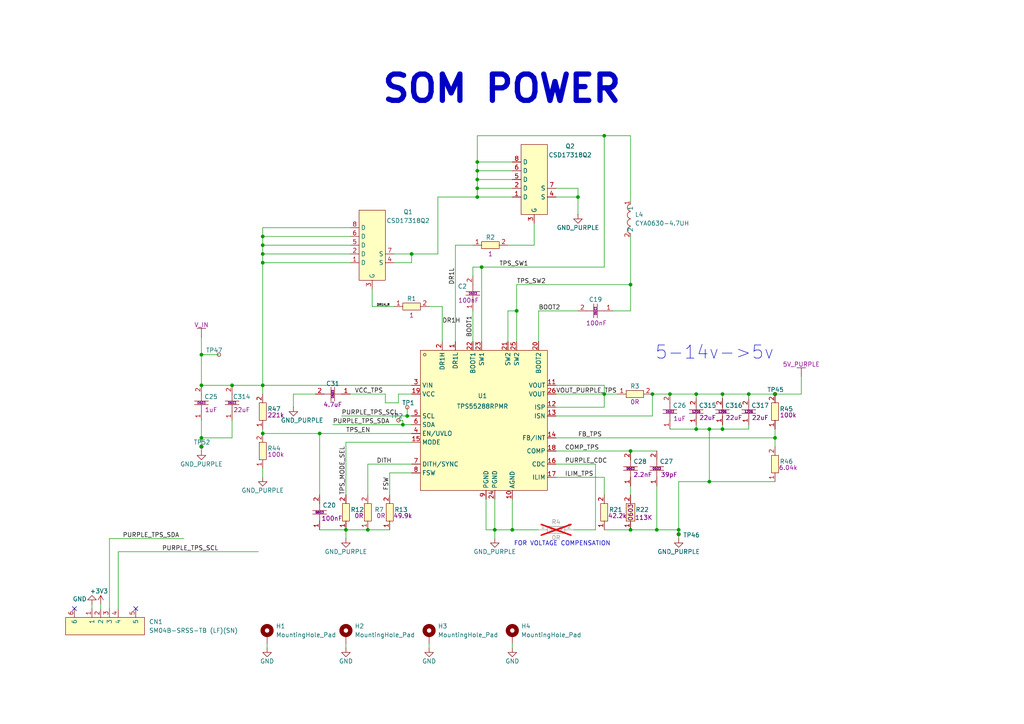
<source format=kicad_sch>
(kicad_sch (version 20250114) (generator "eeschema") (generator_version "9.0")
  (paper "A4")
  (lib_symbols
    (symbol "0603WAF1003T5E_1"
      (property "Reference" "R" (at 0 5.08 0))
      (property "Value" "0603WAF1003T5E" (at 0 -5.08 0))
      (symbol "0603WAF1003T5E_1_0_1"
        (rectangle (start -2.54 1.02) (end 2.54 -1.02) (fill (type background)))
        (pin input line (at -5.08 0 0) (length 2.54) (name "1") (number "1"))
        (pin input line (at 5.08 0 180) (length 2.54) (name "2") (number "2"))
      )
    )
    (symbol "Connector:TestPoint_Small" (pin_numbers (hide yes)) (pin_names (offset 0.762) (hide yes))
      (property "Reference" "TP" (at 0 3.81 0))
      (property "Value" "TestPoint_Small" (at 0 2.032 0))
      (symbol "TestPoint_Small_0_1"
        (circle (center 0 0) (radius 0.508))
      )
      (symbol "TestPoint_Small_1_1"
        (pin passive line (at 0 0 90) (length 0) (name "1") (number "1"))
      )
    )
    (symbol "Mechanical:MountingHole_Pad" (pin_numbers (hide yes)) (pin_names (offset 1.016) (hide yes)) (exclude_from_sim yes) (in_bom no)
      (property "Reference" "H" (at 0 6.35 0))
      (property "Value" "MountingHole_Pad" (at 0 4.445 0))
      (symbol "MountingHole_Pad_0_1"
        (circle (center 0 1.27) (radius 1.27) (stroke (width 1.27)))
      )
      (symbol "MountingHole_Pad_1_1"
        (pin input line (at 0 -2.54 90) (length 2.54) (name "1") (number "1"))
      )
    )
    (symbol "SAMC21_breakout-rescue:+3V3-power" (power) (pin_names (offset 0))
      (property "Value" "power:+3V3" (at 0 3.556 0))
      (symbol "+3V3-power_0_1"
        (polyline (pts (xy -0.762 1.27) (xy 0 2.54)))
        (polyline (pts (xy 0 2.54) (xy 0.762 1.27)))
        (polyline (pts (xy 0 0) (xy 0 2.54)))
      )
      (symbol "+3V3-power_1_1"
        (pin power_in line (at 0 0 90) (length 0) (hide yes) (name "+3V3") (number "1"))
      )
    )
    (symbol "SAMC21_breakout-rescue:GND" (power) (pin_names (offset 0))
      (property "Value" "GND" (at 0 -3.81 0))
      (symbol "GND_0_1"
        (polyline (pts (xy 0 0) (xy 0 -1.27) (xy 1.27 -1.27) (xy 0 -2.54) (xy -1.27 -1.27) (xy 0 -1.27)))
      )
      (symbol "GND_1_1"
        (pin power_in line (at 0 0 270) (length 0) (hide yes) (name "GND") (number "1"))
      )
    )
    (symbol "easyeda2kicad:0603WAF1003T5E" (pin_names (hide yes))
      (property "Reference" "R" (at 0 5.08 0))
      (property "Value" "0603WAF1003T5E" (at 0 -5.08 0))
      (symbol "0603WAF1003T5E_0_1"
        (rectangle (start -2.54 1.02) (end 2.54 -1.02) (fill (type background)))
        (pin input line (at -5.08 0 0) (length 2.54) (name "1") (number "1"))
        (pin input line (at 5.08 0 180) (length 2.54) (name "2") (number "2"))
      )
    )
    (symbol "easyeda2kicad:CL10A105KB8NNNC" (pin_names (hide yes))
      (property "Reference" "C" (at 0 5.08 0))
      (property "Value" "CL10A105KB8NNNC" (at 0 -5.08 0))
      (symbol "CL10A105KB8NNNC_0_1"
        (polyline (pts (xy -0.51 0) (xy -2.54 0)))
        (polyline (pts (xy -0.51 -2.03) (xy -0.51 2.03)))
        (polyline (pts (xy 0.51 2.03) (xy 0.51 -2.03)))
        (polyline (pts (xy 2.54 0) (xy 0.51 0)))
        (pin unspecified line (at -5.08 0 0) (length 2.54) (name "1") (number "1"))
        (pin unspecified line (at 5.08 0 180) (length 2.54) (name "2") (number "2"))
      )
    )
    (symbol "easyeda2kicad:CL10A475KO8NNNC" (pin_names (hide yes))
      (property "Reference" "C" (at 0 5.08 0))
      (property "Value" "CL10A475KO8NNNC" (at 0 -5.08 0))
      (symbol "CL10A475KO8NNNC_0_1"
        (polyline (pts (xy -0.51 0) (xy -2.54 0)))
        (polyline (pts (xy -0.51 -2.03) (xy -0.51 2.03)))
        (polyline (pts (xy 0.51 2.03) (xy 0.51 -2.03)))
        (polyline (pts (xy 2.54 0) (xy 0.51 0)))
        (pin unspecified line (at -5.08 0 0) (length 2.54) (name "1") (number "1"))
        (pin unspecified line (at 5.08 0 180) (length 2.54) (name "2") (number "2"))
      )
    )
    (symbol "easyeda2kicad:CL31A226KAHNNNE" (pin_names (hide yes))
      (property "Reference" "C" (at 0 5.08 0))
      (property "Value" "CL31A226KAHNNNE" (at 0 -5.08 0))
      (symbol "CL31A226KAHNNNE_0_1"
        (polyline (pts (xy -1.27 0) (xy -0.51 0)))
        (polyline (pts (xy -0.51 2.03) (xy -0.51 -2.03)))
        (polyline (pts (xy 0.51 2.03) (xy 0.51 -2.03)))
        (polyline (pts (xy 0.51 0) (xy 1.27 0)))
        (pin input line (at -3.81 0 0) (length 2.54) (name "1") (number "1"))
        (pin input line (at 3.81 0 180) (length 2.54) (name "2") (number "2"))
      )
    )
    (symbol "easyeda2kicad:SM04B-SRSS-TB(LF)(SN)"
      (property "Reference" "CN" (at 0 8.89 0))
      (property "Value" "SM04B-SRSS-TB (LF)(SN)" (at 0 -1.27 0))
      (symbol "SM04B-SRSS-TB(LF)(SN)_0_1"
        (rectangle (start -11.43 1.27) (end 11.43 -3.81) (fill (type background)))
        (pin unspecified line (at -8.89 3.81 270) (length 2.54) (name "6") (number "6"))
        (pin unspecified line (at -3.81 3.81 270) (length 2.54) (name "1") (number "1"))
        (pin unspecified line (at -1.27 3.81 270) (length 2.54) (name "2") (number "2"))
        (pin unspecified line (at 1.27 3.81 270) (length 2.54) (name "3") (number "3"))
        (pin unspecified line (at 3.81 3.81 270) (length 2.54) (name "4") (number "4"))
        (pin unspecified line (at 8.89 3.81 270) (length 2.54) (name "5") (number "5"))
      )
    )
    (symbol "easyeda2kicad:TPS55288RPMR"
      (property "Reference" "U1" (at -0.762 1.524 0))
      (property "Value" "TPS55288RPMR" (at -0.762 -1.016 0))
      (symbol "TPS55288RPMR_0_1"
        (rectangle (start -15.24 16.51) (end 21.59 -24.13) (fill (type background)))
        (circle (center -13.97 15.24) (radius 0.38))
        (pin unspecified line (at -17.78 6.35 0) (length 2.54) (name "VIN") (number "3"))
        (pin unspecified line (at -17.78 3.81 0) (length 2.54) (name "VCC") (number "19"))
        (pin unspecified line (at -17.78 -2.54 0) (length 2.54) (name "SCL") (number "5"))
        (pin unspecified line (at -17.78 -5.08 0) (length 2.54) (name "SDA") (number "6"))
        (pin unspecified line (at -17.78 -7.62 0) (length 2.54) (name "EN/UVLO") (number "4"))
        (pin unspecified line (at -17.78 -10.16 0) (length 2.54) (name "MODE") (number "15"))
        (pin unspecified line (at -17.78 -16.51 0) (length 2.54) (name "DITH/SYNC") (number "7"))
        (pin unspecified line (at -17.78 -19.05 0) (length 2.54) (name "FSW") (number "8"))
        (pin unspecified line (at -8.89 19.05 270) (length 2.54) (name "DR1H") (number "2"))
        (pin unspecified line (at -5.08 19.05 270) (length 2.54) (name "DR1L") (number "1"))
        (pin unspecified line (at 0 19.05 270) (length 2.54) (name "BOOT1") (number "22"))
        (pin unspecified line (at 2.54 19.05 270) (length 2.54) (name "SW1") (number "23"))
        (pin unspecified line (at 3.81 -26.67 90) (length 2.54) (name "PGND") (number "9"))
        (pin unspecified line (at 6.35 -26.67 90) (length 2.54) (name "PGND") (number "24"))
        (pin unspecified line (at 10.16 19.05 270) (length 2.54) (name "SW2") (number "21"))
        (pin unspecified line (at 11.43 -26.67 90) (length 2.54) (name "AGND") (number "10"))
        (pin unspecified line (at 12.7 19.05 270) (length 2.54) (name "SW2") (number "25"))
        (pin unspecified line (at 19.05 19.05 270) (length 2.54) (name "BOOT2") (number "20"))
        (pin unspecified line (at 24.13 6.35 180) (length 2.54) (name "VOUT") (number "11"))
        (pin unspecified line (at 24.13 3.81 180) (length 2.54) (name "VOUT") (number "26"))
        (pin unspecified line (at 24.13 0 180) (length 2.54) (name "ISP") (number "12"))
        (pin unspecified line (at 24.13 -2.54 180) (length 2.54) (name "ISN") (number "13"))
        (pin unspecified line (at 24.13 -8.89 180) (length 2.54) (name "FB/INT") (number "14"))
        (pin unspecified line (at 24.13 -12.7 180) (length 2.54) (name "COMP") (number "18"))
        (pin unspecified line (at 24.13 -16.51 180) (length 2.54) (name "CDC") (number "16"))
        (pin unspecified line (at 24.13 -20.32 180) (length 2.54) (name "ILIM") (number "17"))
      )
    )
    (symbol "easyeda_symbole:CSD17318Q2"
      (property "Reference" "U2" (at 14.478 15.494 0))
      (property "Value" "CSD17318Q2" (at 14.478 12.954 0))
      (symbol "CSD17318Q2_0_1"
        (rectangle (start -3.81 13.97) (end 3.81 -6.35) (fill (type background)))
        (pin unspecified line (at -6.35 8.89 0) (length 2.54) (name "D") (number "8"))
        (pin unspecified line (at -6.35 6.35 0) (length 2.54) (name "D") (number "6"))
        (pin unspecified line (at -6.35 3.81 0) (length 2.54) (name "D") (number "5"))
        (pin unspecified line (at -6.35 1.27 0) (length 2.54) (name "D") (number "2"))
        (pin unspecified line (at -6.35 -1.27 0) (length 2.54) (name "D") (number "1"))
        (pin unspecified line (at 0 -8.89 90) (length 2.54) (name "G") (number "3"))
        (pin unspecified line (at 6.35 1.27 180) (length 2.54) (name "S") (number "7"))
        (pin unspecified line (at 6.35 -1.27 180) (length 2.54) (name "S") (number "4"))
      )
    )
    (symbol "easyeda_symbole:CYA0630-4.7UH"
      (property "Reference" "U" (at 0 5.08 0))
      (property "Value" "CYA0630-4.7UH" (at 0 -5.08 0))
      (symbol "CYA0630-4.7UH_0_1"
        (arc (start -2.27 -0.02) (mid -3.28 -0.9427) (end -4.29 -0.02))
        (arc (start -0.11 -0.02) (mid -1.12 -0.9471) (end -2.13 -0.02))
        (arc (start 2.04 -0.02) (mid 1.03 -0.9471) (end 0.02 -0.02))
        (arc (start 4.23 -0.02) (mid 3.22 -0.9471) (end 2.21 -0.02))
        (pin unspecified line (at -5.08 0 0) (length 0.762) (name "1") (number "1"))
        (pin unspecified line (at 5.08 0 180) (length 0.762) (name "2") (number "2"))
      )
    )
    (symbol "easyeda_symbole:RT0603BRD07113KL" (pin_names (hide yes))
      (property "Reference" "R" (at 0 5.08 0))
      (property "Value" "RT0603BRD07113KL" (at 0 -5.08 0))
      (symbol "RT0603BRD07113KL_0_1"
        (rectangle (start -2.54 1.27) (end 2.54 -1.27) (fill (type background)))
        (pin unspecified line (at -5.08 0 0) (length 2.54) (name "1") (number "1"))
        (pin unspecified line (at 5.08 0 180) (length 2.54) (name "2") (number "2"))
      )
    )
    (symbol "power:+1V5" (power) (pin_numbers (hide yes)) (pin_names (offset 0) (hide yes))
      (property "Value" "+1V5" (at 0 5.08 0))
      (symbol "+1V5_0_1"
        (polyline (pts (xy -1.27 2.54) (xy 0 2.54)))
        (polyline (pts (xy 0 0) (xy 0 2.54)))
        (polyline (pts (xy 1.27 2.54) (xy 0 2.54)))
      )
      (symbol "+1V5_1_1"
        (pin power_in line (at 0 0 90) (length 0) (name "~") (number "1"))
      )
    )
    (symbol "power:GND" (power) (pin_numbers (hide yes)) (pin_names (offset 0) (hide yes))
      (property "Value" "GND" (at 0 -3.81 0))
      (symbol "GND_0_1"
        (polyline (pts (xy 0 0) (xy 0 -1.27) (xy 1.27 -1.27) (xy 0 -2.54) (xy -1.27 -1.27) (xy 0 -1.27)))
      )
      (symbol "GND_1_1"
        (pin power_in line (at 0 0 270) (length 0) (name "~") (number "1"))
      )
    )
  )
  (text "SOM POWER" (at 145.542 25.908 0) (effects (font (size 7.62 7.62) (thickness 1.524) (bold yes))))
  (text "FOR VOLTAGE COMPENSATION" (at 163.068 157.734 0) (effects (font (size 1.27 1.27))))
  (text "5-14v->5v" (at 207.264 102.362 0) (effects (font (size 3.81 3.81))))
  (junction (at 139.7 77.47))
  (junction (at 138.43 46.99))
  (junction (at 138.43 57.15))
  (junction (at 201.93 114.3))
  (junction (at 116.84 123.19))
  (junction (at 143.51 153.67))
  (junction (at 76.2 125.73))
  (junction (at 58.42 129.54))
  (junction (at 118.11 120.65))
  (junction (at 194.31 114.3))
  (junction (at 182.88 82.55))
  (junction (at 149.86 90.17))
  (junction (at 190.5 153.67))
  (junction (at 58.42 102.87))
  (junction (at 58.42 111.76))
  (junction (at 58.42 127))
  (junction (at 224.79 127))
  (junction (at 138.43 54.61))
  (junction (at 76.2 68.58))
  (junction (at 76.2 71.12))
  (junction (at 67.31 111.76))
  (junction (at 106.68 153.67))
  (junction (at 92.71 125.73))
  (junction (at 205.74 124.46))
  (junction (at 76.2 111.76))
  (junction (at 100.33 153.67))
  (junction (at 76.2 76.2))
  (junction (at 209.55 114.3))
  (junction (at 196.85 153.67))
  (junction (at 182.88 153.67))
  (junction (at 175.26 114.3))
  (junction (at 119.38 73.66))
  (junction (at 209.55 124.46))
  (junction (at 205.74 139.7))
  (junction (at 182.88 130.81))
  (junction (at 217.17 114.3))
  (junction (at 167.64 57.15))
  (junction (at 138.43 52.07))
  (junction (at 189.23 114.3))
  (junction (at 201.93 124.46))
  (junction (at 148.59 153.67))
  (junction (at 138.43 49.53))
  (junction (at 224.79 114.3))
  (junction (at 76.2 73.66))
  (junction (at 196.85 154.94))
  (junction (at 175.26 39.37))
  (no_connect (at 39.37 176.53))
  (no_connect (at 21.59 176.53))
  (wire (pts (xy 132.08 71.12) (xy 137.16 71.12)))
  (wire (pts (xy 76.2 76.2) (xy 76.2 111.76)))
  (wire (pts (xy 128.27 88.9) (xy 128.27 99.06)))
  (wire (pts (xy 161.29 120.65) (xy 189.23 120.65)))
  (wire (pts (xy 31.75 156.21) (xy 53.34 156.21)))
  (wire (pts (xy 156.21 90.17) (xy 167.64 90.17)))
  (wire (pts (xy 116.84 121.92) (xy 116.84 123.19)))
  (wire (pts (xy 58.42 127) (xy 58.42 129.54)))
  (wire (pts (xy 209.55 124.46) (xy 217.17 124.46)))
  (wire (pts (xy 100.33 128.27) (xy 100.33 143.51)))
  (wire (pts (xy 224.79 114.3) (xy 232.41 114.3)))
  (wire (pts (xy 107.95 83.82) (xy 107.95 88.9)))
  (wire (pts (xy 138.43 39.37) (xy 175.26 39.37)))
  (wire (pts (xy 149.86 90.17) (xy 149.86 82.55)))
  (wire (pts (xy 182.88 140.97) (xy 182.88 143.51)))
  (wire (pts (xy 76.2 73.66) (xy 101.6 73.66)))
  (wire (pts (xy 209.55 114.3) (xy 217.17 114.3)))
  (wire (pts (xy 138.43 49.53) (xy 148.59 49.53)))
  (wire (pts (xy 182.88 39.37) (xy 182.88 58.42)))
  (wire (pts (xy 34.29 160.02) (xy 34.29 176.53)))
  (wire (pts (xy 111.76 116.84) (xy 111.76 114.3)))
  (wire (pts (xy 100.33 128.27) (xy 119.38 128.27)))
  (wire (pts (xy 138.43 46.99) (xy 138.43 49.53)))
  (wire (pts (xy 137.16 90.17) (xy 137.16 99.06)))
  (wire (pts (xy 76.2 125.73) (xy 92.71 125.73)))
  (wire (pts (xy 127 57.15) (xy 138.43 57.15)))
  (wire (pts (xy 58.42 97.79) (xy 58.42 102.87)))
  (wire (pts (xy 161.29 130.81) (xy 182.88 130.81)))
  (wire (pts (xy 139.7 77.47) (xy 175.26 77.47)))
  (wire (pts (xy 175.26 39.37) (xy 175.26 77.47)))
  (wire (pts (xy 148.59 153.67) (xy 156.21 153.67)))
  (wire (pts (xy 167.64 57.15) (xy 167.64 62.23)))
  (wire (pts (xy 92.71 153.67) (xy 100.33 153.67)))
  (wire (pts (xy 161.29 114.3) (xy 175.26 114.3)))
  (wire (pts (xy 106.68 153.67) (xy 113.03 153.67)))
  (wire (pts (xy 175.26 153.67) (xy 182.88 153.67)))
  (wire (pts (xy 137.16 80.01) (xy 137.16 77.47)))
  (wire (pts (xy 201.93 114.3) (xy 201.93 115.57)))
  (wire (pts (xy 205.74 139.7) (xy 224.79 139.7)))
  (wire (pts (xy 116.84 121.92) (xy 115.57 121.92)))
  (wire (pts (xy 190.5 153.67) (xy 196.85 153.67)))
  (wire (pts (xy 76.2 66.04) (xy 101.6 66.04)))
  (wire (pts (xy 118.11 118.11) (xy 118.11 120.65)))
  (wire (pts (xy 182.88 153.67) (xy 190.5 153.67)))
  (wire (pts (xy 26.67 175.26) (xy 26.67 176.53)))
  (wire (pts (xy 76.2 66.04) (xy 76.2 68.58)))
  (wire (pts (xy 107.95 88.9) (xy 114.3 88.9)))
  (wire (pts (xy 91.44 114.3) (xy 85.09 114.3)))
  (wire (pts (xy 58.42 121.92) (xy 58.42 127)))
  (wire (pts (xy 138.43 54.61) (xy 138.43 57.15)))
  (wire (pts (xy 128.27 88.9) (xy 124.46 88.9)))
  (wire (pts (xy 172.72 134.62) (xy 172.72 153.67)))
  (wire (pts (xy 99.06 120.65) (xy 118.11 120.65)))
  (wire (pts (xy 115.57 116.84) (xy 115.57 114.3)))
  (wire (pts (xy 116.84 123.19) (xy 119.38 123.19)))
  (wire (pts (xy 119.38 73.66) (xy 119.38 76.2)))
  (wire (pts (xy 138.43 39.37) (xy 138.43 46.99)))
  (wire (pts (xy 100.33 187.96) (xy 100.33 186.69)))
  (wire (pts (xy 147.32 99.06) (xy 147.32 90.17)))
  (wire (pts (xy 190.5 140.97) (xy 190.5 153.67)))
  (wire (pts (xy 201.93 124.46) (xy 205.74 124.46)))
  (wire (pts (xy 161.29 134.62) (xy 172.72 134.62)))
  (wire (pts (xy 194.31 114.3) (xy 201.93 114.3)))
  (wire (pts (xy 85.09 114.3) (xy 85.09 118.11)))
  (wire (pts (xy 201.93 114.3) (xy 209.55 114.3)))
  (wire (pts (xy 175.26 111.76) (xy 175.26 114.3)))
  (wire (pts (xy 148.59 144.78) (xy 148.59 153.67)))
  (wire (pts (xy 224.79 124.46) (xy 224.79 127)))
  (wire (pts (xy 92.71 125.73) (xy 119.38 125.73)))
  (wire (pts (xy 167.64 54.61) (xy 167.64 57.15)))
  (wire (pts (xy 31.75 156.21) (xy 31.75 176.53)))
  (wire (pts (xy 114.3 76.2) (xy 119.38 76.2)))
  (wire (pts (xy 67.31 111.76) (xy 76.2 111.76)))
  (wire (pts (xy 76.2 68.58) (xy 76.2 71.12)))
  (wire (pts (xy 76.2 76.2) (xy 101.6 76.2)))
  (wire (pts (xy 138.43 52.07) (xy 148.59 52.07)))
  (wire (pts (xy 175.26 39.37) (xy 182.88 39.37)))
  (wire (pts (xy 196.85 139.7) (xy 196.85 153.67)))
  (wire (pts (xy 111.76 114.3) (xy 101.6 114.3)))
  (wire (pts (xy 166.37 153.67) (xy 172.72 153.67)))
  (wire (pts (xy 161.29 111.76) (xy 175.26 111.76)))
  (wire (pts (xy 182.88 130.81) (xy 190.5 130.81)))
  (wire (pts (xy 161.29 54.61) (xy 167.64 54.61)))
  (wire (pts (xy 58.42 111.76) (xy 67.31 111.76)))
  (wire (pts (xy 58.42 127) (xy 67.31 127)))
  (wire (pts (xy 76.2 111.76) (xy 119.38 111.76)))
  (wire (pts (xy 58.42 102.87) (xy 58.42 111.76)))
  (wire (pts (xy 143.51 153.67) (xy 148.59 153.67)))
  (wire (pts (xy 189.23 120.65) (xy 189.23 114.3)))
  (wire (pts (xy 140.97 153.67) (xy 143.51 153.67)))
  (wire (pts (xy 217.17 123.19) (xy 217.17 124.46)))
  (wire (pts (xy 182.88 68.58) (xy 182.88 82.55)))
  (wire (pts (xy 76.2 71.12) (xy 101.6 71.12)))
  (wire (pts (xy 76.2 73.66) (xy 76.2 76.2)))
  (wire (pts (xy 196.85 153.67) (xy 196.85 154.94)))
  (wire (pts (xy 106.68 134.62) (xy 106.68 143.51)))
  (wire (pts (xy 154.94 64.77) (xy 154.94 71.12)))
  (wire (pts (xy 138.43 54.61) (xy 148.59 54.61)))
  (wire (pts (xy 137.16 77.47) (xy 139.7 77.47)))
  (wire (pts (xy 147.32 71.12) (xy 154.94 71.12)))
  (wire (pts (xy 114.3 73.66) (xy 119.38 73.66)))
  (wire (pts (xy 232.41 109.22) (xy 232.41 114.3)))
  (wire (pts (xy 143.51 153.67) (xy 143.51 156.21)))
  (wire (pts (xy 58.42 129.54) (xy 58.42 130.81)))
  (wire (pts (xy 217.17 114.3) (xy 217.17 115.57)))
  (wire (pts (xy 196.85 139.7) (xy 205.74 139.7)))
  (wire (pts (xy 100.33 153.67) (xy 106.68 153.67)))
  (wire (pts (xy 175.26 114.3) (xy 179.07 114.3)))
  (wire (pts (xy 143.51 144.78) (xy 143.51 153.67)))
  (wire (pts (xy 177.8 90.17) (xy 182.88 90.17)))
  (wire (pts (xy 76.2 111.76) (xy 76.2 114.3)))
  (wire (pts (xy 138.43 46.99) (xy 148.59 46.99)))
  (wire (pts (xy 209.55 123.19) (xy 209.55 124.46)))
  (wire (pts (xy 29.21 175.26) (xy 29.21 176.53)))
  (wire (pts (xy 76.2 71.12) (xy 76.2 73.66)))
  (wire (pts (xy 132.08 99.06) (xy 132.08 71.12)))
  (wire (pts (xy 77.47 187.96) (xy 77.47 186.69)))
  (wire (pts (xy 175.26 138.43) (xy 175.26 143.51)))
  (wire (pts (xy 201.93 123.19) (xy 201.93 124.46)))
  (wire (pts (xy 106.68 134.62) (xy 119.38 134.62)))
  (wire (pts (xy 138.43 57.15) (xy 148.59 57.15)))
  (wire (pts (xy 118.11 120.65) (xy 119.38 120.65)))
  (wire (pts (xy 127 73.66) (xy 127 57.15)))
  (wire (pts (xy 205.74 124.46) (xy 209.55 124.46)))
  (wire (pts (xy 96.52 123.19) (xy 116.84 123.19)))
  (wire (pts (xy 139.7 77.47) (xy 139.7 99.06)))
  (wire (pts (xy 156.21 90.17) (xy 156.21 99.06)))
  (wire (pts (xy 119.38 73.66) (xy 127 73.66)))
  (wire (pts (xy 34.29 160.02) (xy 74.93 160.02)))
  (wire (pts (xy 124.46 187.96) (xy 124.46 186.69)))
  (wire (pts (xy 209.55 114.3) (xy 209.55 115.57)))
  (wire (pts (xy 63.5 102.87) (xy 58.42 102.87)))
  (wire (pts (xy 76.2 124.46) (xy 76.2 125.73)))
  (wire (pts (xy 76.2 135.89) (xy 76.2 138.43)))
  (wire (pts (xy 67.31 121.92) (xy 67.31 127)))
  (wire (pts (xy 149.86 82.55) (xy 182.88 82.55)))
  (wire (pts (xy 148.59 187.96) (xy 148.59 186.69)))
  (wire (pts (xy 161.29 118.11) (xy 175.26 118.11)))
  (wire (pts (xy 92.71 125.73) (xy 92.71 143.51)))
  (wire (pts (xy 147.32 90.17) (xy 149.86 90.17)))
  (wire (pts (xy 76.2 68.58) (xy 101.6 68.58)))
  (wire (pts (xy 161.29 138.43) (xy 175.26 138.43)))
  (wire (pts (xy 149.86 99.06) (xy 149.86 90.17)))
  (wire (pts (xy 115.57 114.3) (xy 119.38 114.3)))
  (wire (pts (xy 161.29 127) (xy 224.79 127)))
  (wire (pts (xy 224.79 127) (xy 224.79 129.54)))
  (wire (pts (xy 113.03 137.16) (xy 113.03 143.51)))
  (wire (pts (xy 138.43 52.07) (xy 138.43 54.61)))
  (wire (pts (xy 175.26 114.3) (xy 175.26 118.11)))
  (wire (pts (xy 205.74 124.46) (xy 205.74 139.7)))
  (wire (pts (xy 140.97 144.78) (xy 140.97 153.67)))
  (wire (pts (xy 138.43 49.53) (xy 138.43 52.07)))
  (wire (pts (xy 161.29 57.15) (xy 167.64 57.15)))
  (wire (pts (xy 189.23 114.3) (xy 194.31 114.3)))
  (wire (pts (xy 217.17 114.3) (xy 224.79 114.3)))
  (wire (pts (xy 113.03 137.16) (xy 119.38 137.16)))
  (wire (pts (xy 182.88 82.55) (xy 182.88 90.17)))
  (wire (pts (xy 196.85 154.94) (xy 196.85 156.21)))
  (wire (pts (xy 111.76 116.84) (xy 115.57 116.84)))
  (wire (pts (xy 194.31 124.46) (xy 201.93 124.46)))
  (wire (pts (xy 100.33 153.67) (xy 100.33 156.21)))
  (label "PURPLE_TPS_SDA" (at 96.52 123.19 0))
  (label "FB_TPS" (at 167.64 127 0))
  (label "PURPLE_TPS_SCL" (at 46.99 160.02 0))
  (label "FSW" (at 113.03 142.24 90))
  (label "DR1H_R" (at 109.22 88.9 0) (effects (font (size 0.635 0.635))))
  (label "DR1H" (at 128.27 93.98 0))
  (label "DR1L" (at 132.08 82.55 90))
  (label "BOOT2" (at 156.21 90.17 0))
  (label "BOOT1" (at 137.16 97.79 90))
  (label "PURPLE_CDC" (at 163.83 134.62 0))
  (label "PURPLE_TPS_SCL" (at 99.06 120.65 0))
  (label "ILIM_TPS" (at 163.83 138.43 0))
  (label "TPS_SW2" (at 149.86 82.55 0))
  (label "TPS_SW1" (at 144.78 77.47 0))
  (label "COMP_TPS" (at 163.83 130.81 0))
  (label "DITH" (at 109.22 134.62 0))
  (label "VCC_TPS" (at 102.87 114.3 0))
  (label "TPS_MODE_SEL" (at 100.33 143.51 90))
  (label "TPS_EN" (at 100.33 125.73 0))
  (label "PURPLE_TPS_SDA" (at 35.56 156.21 0))
  (label "VOUT_PURPLE_TPS" (at 161.29 114.3 0))
  (symbol (lib_id "easyeda2kicad:CL31A226KAHNNNE") (at 209.55 119.38 90) (unit 1)
    (property "Reference" "C316" (at 212.852 117.602 90))
    (property "Value" "CL31A226KAHNNNE" (effects (hide yes)))
    (property "Footprint" "easyeda2kicad:C1206" (effects (hide yes)))
    (property "Datasheet" "https://lcsc.com/product-detail/Multilayer-Ceramic-Capacitors-MLCC-SMD-SMT_SAMSUNG_CL31A226KAHNNNE_22uF-226-10-25V_C12891.html" (effects (hide yes)))
    (property "LCSC Part" "C12891" (effects (hide yes)))
    (property "Field6" "1206" (at 209.55 119.38 90) (effects (font (size 0.635 0.635))))
    (property "Field7" "22uF" (at 212.852 121.158 90))
    (property "Field8" "25v" (effects (hide yes)))
  )
  (symbol (lib_id "power:GND") (at 100.33 187.96 0) (unit 1)
    (property "Reference" "#PWR077" (effects (hide yes)))
    (property "Value" "GND" (at 100.33 191.77 0))
    (property "Description" "Power symbol creates a global label with name \"GND\" , ground" (effects (hide yes)))
  )
  (symbol (lib_id "easyeda2kicad:0603WAF1003T5E") (at 100.33 148.59 90) (unit 1)
    (property "Reference" "R12" (at 103.632 147.828 90))
    (property "Value" "RC0603JR-070RL" (effects (hide yes)))
    (property "Footprint" "easyeda2kicad:R0603" (effects (hide yes)))
    (property "Datasheet" "https://www.lcsc.com/product-detail/C95177.html?s_z=n_0R%25200603" (effects (hide yes)))
    (property "Description" "100mW 0Ω 75V Thick Film Resistor ±5% 0603 Chip Resistor - Surface Mount ROHS" (effects (hide yes)))
    (property "LCSC Part" "C95177" (effects (hide yes)))
    (property "Field6" "0R" (at 104.14 149.606 90))
    (property "Field7" "0603" (effects (hide yes)))
  )
  (symbol (lib_id "easyeda_symbole:CYA0630-4.7UH") (at 182.88 63.5 270) (unit 1)
    (property "Reference" "L4" (at 184.15 62.2299 90) (effects (justify left)))
    (property "Value" "CYA0630-4.7UH" (at 184.15 64.7699 90) (effects (justify left)))
    (property "Footprint" "easyeda2kicad:IND-SMD_L7.2-W6.6_GPSR07X0" (effects (hide yes)))
    (property "LCSC Part" "C5189748" (effects (hide yes)))
  )
  (symbol (lib_id "easyeda_symbole:CSD17318Q2") (at 154.94 55.88 0) (unit 1)
    (property "Reference" "Q2" (at 165.354 42.418 0))
    (property "Value" "CSD17318Q2" (at 165.354 44.958 0))
    (property "Footprint" "easyeda2kicad:WSON-6_L2.0-W2.0-P0.65-TL_CSD19538Q2" (effects (hide yes)))
    (property "LCSC Part" "C2862001" (effects (hide yes)))
  )
  (symbol (lib_id "Connector:TestPoint_Small") (at 63.5 102.87 0) (unit 1)
    (property "Reference" "TP47" (at 59.69 101.6 0) (effects (justify left)))
    (property "Value" "TestPoint_Small" (effects (hide yes)))
    (property "Footprint" "TestPoint:TestPoint_Pad_1.5x1.5mm" (effects (hide yes)))
    (property "Description" "test point" (effects (hide yes)))
  )
  (symbol (lib_id "easyeda2kicad:CL10A105KB8NNNC") (at 67.31 116.84 90) (unit 1)
    (property "Reference" "C314" (at 70.104 115.062 90))
    (property "Value" "CL10A226MO7JZNC" (effects (hide yes)))
    (property "Footprint" "easyeda2kicad:C0603" (effects (hide yes)))
    (property "Datasheet" "https://www.lcsc.com/product-detail/C2762594.html?s_z=n_22UF%25200603" (effects (hide yes)))
    (property "Description" "16V 22uF X5R ±20% 0603 Ceramic Capacitors ROHS" (effects (hide yes)))
    (property "LCSC Part" "C2762594" (effects (hide yes)))
    (property "Field6" "0603" (at 67.31 116.84 90) (effects (font (size 0.635 0.635))))
    (property "Field7" "16v" (effects (hide yes)))
    (property "Field8" "22uF" (at 70.104 118.872 90))
  )
  (symbol (lib_id "easyeda2kicad:0603WAF1003T5E") (at 76.2 130.81 90) (unit 1)
    (property "Reference" "R44" (at 79.502 130.048 90))
    (property "Value" "0603WAF1003T5E" (effects (hide yes)))
    (property "Footprint" "easyeda2kicad:R0603" (effects (hide yes)))
    (property "Datasheet" "https://lcsc.com/product-detail/Chip-Resistor-Surface-Mount-UniOhm_100KR-1003-1_C25803.html" (effects (hide yes)))
    (property "Description" "100mW 100kΩ 75V ±100ppm/℃ Thick Film Resistor ±1% 0603 Chip Resistor - Surface Mount ROHS" (effects (hide yes)))
    (property "LCSC Part" "C25803" (effects (hide yes)))
    (property "Field6" "100k" (at 80.01 131.826 90))
    (property "Field7" "0603" (effects (hide yes)))
  )
  (symbol (lib_id "Connector:TestPoint_Small") (at 115.57 121.92 0) (unit 1)
    (property "Reference" "TP2" (at 113.284 120.65 0) (effects (justify left)))
    (property "Value" "TestPoint_Small" (effects (hide yes)))
    (property "Description" "test point" (effects (hide yes)))
  )
  (symbol (lib_id "SAMC21_breakout-rescue:GND") (at 26.67 175.26 180) (unit 1)
    (property "Reference" "#PWR0430" (effects (hide yes)))
    (property "Value" "GND" (at 23.114 173.736 0))
  )
  (symbol (lib_id "Connector:TestPoint_Small") (at 118.11 118.11 0) (unit 1)
    (property "Reference" "TP1" (at 116.586 116.84 0) (effects (justify left)))
    (property "Value" "TestPoint_Small" (effects (hide yes)))
    (property "Description" "test point" (effects (hide yes)))
  )
  (symbol (lib_id "Mechanical:MountingHole_Pad") (at 148.59 184.15 0) (unit 1) (exclude_from_sim yes) (in_bom no)
    (property "Reference" "H4" (at 151.13 181.6099 0) (effects (justify left)))
    (property "Value" "MountingHole_Pad" (at 151.13 184.1499 0) (effects (justify left)))
    (property "Footprint" "MountingHole:MountingHole_2.2mm_M2_Pad" (effects (hide yes)))
    (property "Description" "Mounting Hole with connection" (effects (hide yes)))
  )
  (symbol (lib_id "easyeda2kicad:CL10A475KO8NNNC") (at 96.52 114.3 180) (unit 1)
    (property "Reference" "C31" (at 96.52 111.252 0))
    (property "Value" "CL10A475KO8NNNC" (effects (hide yes)))
    (property "Footprint" "easyeda2kicad:C0603" (effects (hide yes)))
    (property "Datasheet" "https://lcsc.com/product-detail/Multilayer-Ceramic-Capacitors-MLCC-SMD-SMT_SAMSUNG_CL10A475KO8NNNC_4-7uF-475-10-16V_C19666.html" (effects (hide yes)))
    (property "LCSC Part" "C19666" (effects (hide yes)))
    (property "Field6" "0603" (at 96.52 114.3 90) (effects (font (size 0.635 0.635))))
    (property "Field7" "16v" (effects (hide yes)))
    (property "Field8" "4.7uF" (at 96.52 117.348 0))
  )
  (symbol (lib_id "power:GND") (at 85.09 118.11 0) (unit 1)
    (property "Reference" "#PWR01" (effects (hide yes)))
    (property "Value" "GND_PURPLE" (at 87.63 121.92 0))
    (property "Description" "Power symbol creates a global label with name \"GND\" , ground" (effects (hide yes)))
  )
  (symbol (lib_id "easyeda2kicad:CL10A475KO8NNNC") (at 172.72 90.17 180) (unit 1)
    (property "Reference" "C19" (at 172.72 86.868 0))
    (property "Value" "CC0603KRX7R9BB104" (effects (hide yes)))
    (property "Footprint" "easyeda2kicad:C0603" (effects (hide yes)))
    (property "Datasheet" "https://www.lcsc.com/product-detail/C14663.html?s_z=n_100nf%25200603" (effects (hide yes)))
    (property "Description" "50V 100nF X7R ±10% 0603 Ceramic Capacitors ROHS" (effects (hide yes)))
    (property "LCSC Part" "C14663" (effects (hide yes)))
    (property "Field6" "0603" (at 172.72 90.17 90) (effects (font (size 0.635 0.635))))
    (property "Field7" "50V" (effects (hide yes)))
    (property "Field8" "100nF" (at 172.974 93.726 0))
  )
  (symbol (lib_id "easyeda2kicad:0603WAF1003T5E") (at 224.79 119.38 90) (unit 1)
    (property "Reference" "R45" (at 228.092 118.618 90))
    (property "Value" "0603WAF1003T5E" (effects (hide yes)))
    (property "Footprint" "easyeda2kicad:R0603" (effects (hide yes)))
    (property "Datasheet" "https://lcsc.com/product-detail/Chip-Resistor-Surface-Mount-UniOhm_100KR-1003-1_C25803.html" (effects (hide yes)))
    (property "Description" "100mW 100kΩ 75V ±100ppm/℃ Thick Film Resistor ±1% 0603 Chip Resistor - Surface Mount ROHS" (effects (hide yes)))
    (property "LCSC Part" "C25803" (effects (hide yes)))
    (property "Field6" "100k" (at 228.6 120.396 90))
    (property "Field7" "0603" (effects (hide yes)))
  )
  (symbol (lib_id "easyeda2kicad:0603WAF1003T5E") (at 76.2 119.38 90) (unit 1)
    (property "Reference" "R47" (at 79.502 118.618 90))
    (property "Value" "FRC0603F2213TS" (effects (hide yes)))
    (property "Footprint" "easyeda2kicad:R0603" (effects (hide yes)))
    (property "Datasheet" "https://www.lcsc.com/product-detail/C7467463.html?s_z=n_221K%25200603" (effects (hide yes)))
    (property "Description" "100mW 221kΩ 75V ±100ppm/℃ Thick Film Resistor ±1% 0603 Chip Resistor - Surface Mount ROHS" (effects (hide yes)))
    (property "LCSC Part" "C7467463" (effects (hide yes)))
    (property "Field6" "221k" (at 80.01 120.396 90))
    (property "Field7" "0603" (effects (hide yes)))
  )
  (symbol (lib_id "easyeda2kicad:CL10A105KB8NNNC") (at 194.31 119.38 90) (unit 1)
    (property "Reference" "C26" (at 197.104 117.602 90))
    (property "Value" "CL10A105KB8NNNC" (effects (hide yes)))
    (property "Footprint" "easyeda2kicad:C0603" (effects (hide yes)))
    (property "Datasheet" "https://lcsc.com/product-detail/Multilayer-Ceramic-Capacitors-MLCC-SMD-SMT_SAMSUNG_CL10A105KB8NNNC_1uF-105-10-50V_C15849.html" (effects (hide yes)))
    (property "LCSC Part" "C15849" (effects (hide yes)))
    (property "Field6" "0603" (at 194.31 119.38 90) (effects (font (size 0.635 0.635))))
    (property "Field7" "50v" (effects (hide yes)))
    (property "Field8" "1uF" (at 197.104 121.412 90))
  )
  (symbol (lib_id "easyeda2kicad:CL31A226KAHNNNE") (at 201.93 119.38 90) (unit 1)
    (property "Reference" "C315" (at 205.232 117.602 90))
    (property "Value" "CL31A226KAHNNNE" (effects (hide yes)))
    (property "Footprint" "easyeda2kicad:C1206" (effects (hide yes)))
    (property "Datasheet" "https://lcsc.com/product-detail/Multilayer-Ceramic-Capacitors-MLCC-SMD-SMT_SAMSUNG_CL31A226KAHNNNE_22uF-226-10-25V_C12891.html" (effects (hide yes)))
    (property "Description" "1206" (effects (hide yes)))
    (property "LCSC Part" "C12891" (effects (hide yes)))
    (property "Field6" "1206" (at 201.93 119.38 90) (effects (font (size 0.635 0.635))))
    (property "Field7" "22uF" (at 205.232 121.158 90))
    (property "Field8" "25v" (effects (hide yes)))
  )
  (symbol (lib_id "easyeda2kicad:CL10A475KO8NNNC") (at 92.71 148.59 90) (unit 1)
    (property "Reference" "C20" (at 95.504 146.558 90))
    (property "Value" "CC0603KRX7R9BB104" (effects (hide yes)))
    (property "Footprint" "easyeda2kicad:C0603" (effects (hide yes)))
    (property "Datasheet" "https://www.lcsc.com/product-detail/C14663.html?s_z=n_100nf%25200603" (effects (hide yes)))
    (property "Description" "50V 100nF X7R ±10% 0603 Ceramic Capacitors ROHS" (effects (hide yes)))
    (property "LCSC Part" "C14663" (effects (hide yes)))
    (property "Field6" "0603" (at 92.71 148.59 90) (effects (font (size 0.635 0.635))))
    (property "Field7" "50V" (effects (hide yes)))
    (property "Field8" "100nF" (at 96.266 150.368 90))
  )
  (symbol (lib_id "easyeda2kicad:0603WAF1003T5E") (at 119.38 88.9 0) (unit 1)
    (property "Reference" "R1" (at 119.38 86.614 0))
    (property "Value" "FRC0603J1R0 TS" (effects (hide yes)))
    (property "Footprint" "easyeda2kicad:R0603" (effects (hide yes)))
    (property "Datasheet" "https://www.lcsc.com/datasheet/C2907116.pdf" (effects (hide yes)))
    (property "Description" "1Ω 100mW 75V ±200ppm/℃ Thick Film Resistor ±5% 0603 Chip Resistor - Surface Mount ROHS" (effects (hide yes)))
    (property "LCSC Part" "C2907116" (effects (hide yes)))
    (property "Field6" "1" (at 119.38 91.44 0))
    (property "Field7" "0603" (effects (hide yes)))
  )
  (symbol (lib_id "Connector:TestPoint_Small") (at 196.85 154.94 0) (unit 1)
    (property "Reference" "TP46" (at 198.12 155.194 0) (effects (justify left)))
    (property "Value" "TestPoint_Small" (effects (hide yes)))
    (property "Description" "test point" (effects (hide yes)))
  )
  (symbol (lib_id "power:GND") (at 167.64 62.23 0) (unit 1)
    (property "Reference" "#PWR09" (effects (hide yes)))
    (property "Value" "GND_PURPLE" (at 167.64 66.04 0))
    (property "Description" "Power symbol creates a global label with name \"GND\" , ground" (effects (hide yes)))
  )
  (symbol (lib_id "easyeda2kicad:SM04B-SRSS-TB(LF)(SN)") (at 30.48 180.34 0) (unit 1)
    (property "Reference" "CN1" (at 45.212 180.34 0))
    (property "Value" "SM04B-SRSS-TB (LF)(SN)" (at 56.134 182.88 0))
    (property "Footprint" "easyeda2kicad:CONN-SMD_4P-P1.00_SM04B-SRSS-TB-LF-SN" (effects (hide yes)))
    (property "Datasheet" "https://lcsc.com/product-detail/Others_JST-Sales-America__JST-Sales-America-SM04B-SRSS-TB-LF-SN_C160404.html" (effects (hide yes)))
    (property "LCSC Part" "C160404" (effects (hide yes)))
  )
  (symbol (lib_id "easyeda_symbole:RT0603BRD07113KL") (at 182.88 148.59 90) (unit 1)
    (property "Reference" "R22" (at 188.214 147.828 90) (effects (justify left)))
    (property "Value" "RT0603BRD07113KL" (effects (hide yes)))
    (property "Footprint" "easyeda2kicad:R0603" (effects (hide yes)))
    (property "Datasheet" "https://lcsc.com/product-detail/Chip-Resistor-Surface-Mount_YAGEO-RT0603BRD07113KL_C705718.html" (effects (hide yes)))
    (property "LCSC Part" "C705718" (effects (hide yes)))
    (property "Field6" "113K" (at 186.69 150.114 90))
    (property "Field7" "0603" (at 182.88 148.59 0))
  )
  (symbol (lib_id "Mechanical:MountingHole_Pad") (at 77.47 184.15 0) (unit 1) (exclude_from_sim yes) (in_bom no)
    (property "Reference" "H1" (at 80.01 181.6099 0) (effects (justify left)))
    (property "Value" "MountingHole_Pad" (at 80.01 184.1499 0) (effects (justify left)))
    (property "Footprint" "MountingHole:MountingHole_2.2mm_M2_Pad" (effects (hide yes)))
    (property "Description" "Mounting Hole with connection" (effects (hide yes)))
  )
  (symbol (lib_id "power:GND") (at 143.51 156.21 0) (unit 1)
    (property "Reference" "#PWR02" (effects (hide yes)))
    (property "Value" "GND_PURPLE" (at 143.51 160.02 0))
    (property "Description" "Power symbol creates a global label with name \"GND\" , ground" (effects (hide yes)))
  )
  (symbol (lib_id "power:GND") (at 148.59 187.96 0) (unit 1)
    (property "Reference" "#PWR075" (effects (hide yes)))
    (property "Value" "GND" (at 148.59 191.77 0))
    (property "Description" "Power symbol creates a global label with name \"GND\" , ground" (effects (hide yes)))
  )
  (symbol (lib_id "power:GND") (at 196.85 156.21 0) (unit 1)
    (property "Reference" "#PWR04" (effects (hide yes)))
    (property "Value" "GND_PURPLE" (at 196.85 160.02 0))
    (property "Description" "Power symbol creates a global label with name \"GND\" , ground" (effects (hide yes)))
  )
  (symbol (lib_id "power:GND") (at 58.42 130.81 0) (unit 1)
    (property "Reference" "#PWR07" (effects (hide yes)))
    (property "Value" "GND_PURPLE" (at 58.42 134.62 0))
    (property "Description" "Power symbol creates a global label with name \"GND\" , ground" (effects (hide yes)))
  )
  (symbol (lib_id "power:+1V5") (at 232.41 109.22 0) (unit 1)
    (property "Reference" "#PWR03" (effects (hide yes)))
    (property "Value" "+5V" (effects (hide yes)))
    (property "Description" "5V_PURPLE" (at 232.41 105.664 0))
  )
  (symbol (lib_id "easyeda2kicad:0603WAF1003T5E") (at 113.03 148.59 90) (unit 1)
    (property "Reference" "R13" (at 116.332 147.828 90))
    (property "Value" "RC0603FR-0749K9L" (effects (hide yes)))
    (property "Footprint" "easyeda2kicad:R0603" (effects (hide yes)))
    (property "Datasheet" "https://www.lcsc.com/product-detail/C114624.html?s_z=n_49.9K%25200603" (effects (hide yes)))
    (property "Description" "100mW 49.9kΩ 75V ±100ppm/℃ Thick Film Resistor ±1% 0603 Chip Resistor - Surface Mount ROHS" (effects (hide yes)))
    (property "LCSC Part" "C114624" (effects (hide yes)))
    (property "Field6" "49.9k" (at 116.84 149.606 90))
    (property "Field7" "0603" (effects (hide yes)))
  )
  (symbol (lib_id "easyeda2kicad:CL10A475KO8NNNC") (at 190.5 135.89 90) (unit 1)
    (property "Reference" "C27" (at 193.294 133.858 90))
    (property "Value" "CC0603JRNPO9BN390" (effects (hide yes)))
    (property "Footprint" "easyeda2kicad:C0603" (effects (hide yes)))
    (property "Datasheet" "https://www.lcsc.com/product-detail/C107049.html?s_z=n_39PF%25200603" (effects (hide yes)))
    (property "Description" "50V 39pF NP0 ±5% 0603 Ceramic Capacitors ROHS" (effects (hide yes)))
    (property "LCSC Part" "C107049" (effects (hide yes)))
    (property "Field6" "0603" (at 190.5 135.89 90) (effects (font (size 0.635 0.635))))
    (property "Field7" "50V" (effects (hide yes)))
    (property "Field8" "39pF" (at 194.056 137.668 90))
  )
  (symbol (lib_id "easyeda2kicad:0603WAF1003T5E") (at 142.24 71.12 0) (unit 1)
    (property "Reference" "R2" (at 142.24 68.834 0))
    (property "Value" "FRC0603J1R0 TS" (effects (hide yes)))
    (property "Footprint" "easyeda2kicad:R0603" (effects (hide yes)))
    (property "Datasheet" "https://www.lcsc.com/datasheet/C2907116.pdf" (effects (hide yes)))
    (property "Description" "1Ω 100mW 75V ±200ppm/℃ Thick Film Resistor ±5% 0603 Chip Resistor - Surface Mount ROHS" (effects (hide yes)))
    (property "LCSC Part" "C2907116" (effects (hide yes)))
    (property "Field6" "1" (at 142.24 73.66 0))
    (property "Field7" "0603" (effects (hide yes)))
  )
  (symbol (lib_id "Connector:TestPoint_Small") (at 58.42 129.54 0) (unit 1)
    (property "Reference" "TP52" (at 56.134 128.27 0) (effects (justify left)))
    (property "Value" "TestPoint_Small" (effects (hide yes)))
    (property "Description" "test point" (effects (hide yes)))
  )
  (symbol (lib_id "power:+1V5") (at 58.42 97.79 0) (unit 1)
    (property "Reference" "#PWR08" (effects (hide yes)))
    (property "Value" "VIN" (effects (hide yes)))
    (property "Description" "V_IN" (at 58.42 94.234 0))
  )
  (symbol (lib_name "0603WAF1003T5E_1") (lib_id "easyeda2kicad:0603WAF1003T5E") (at 161.29 153.67 0) (unit 1) (dnp yes)
    (property "Reference" "R4" (at 161.29 151.384 0))
    (property "Value" "RC0603JR-070RL" (effects (hide yes)))
    (property "Footprint" "easyeda2kicad:R0603" (effects (hide yes)))
    (property "Datasheet" "https://www.lcsc.com/product-detail/C95177.html?s_z=n_0R%25200603" (effects (hide yes)))
    (property "Description" "100mW 0Ω 75V Thick Film Resistor ±5% 0603 Chip Resistor - Surface Mount ROHS" (effects (hide yes)))
    (property "LCSC Part" "C95177" (effects (hide yes)))
    (property "Field6" "0R" (at 161.29 155.956 0))
    (property "Field7" "0603" (effects (hide yes)))
  )
  (symbol (lib_id "easyeda2kicad:TPS55288RPMR") (at 137.16 118.11 0) (unit 1)
    (property "Reference" "U1" (at 139.954 114.808 0))
    (property "Value" "TPS55288RPMR" (at 139.954 117.856 0))
    (property "Footprint" "easyeda2kicad:VQFN-HR-26_L4.0-W3.5_TPS55288RPMR" (effects (hide yes)))
    (property "LCSC Part" "C2864583" (effects (hide yes)))
  )
  (symbol (lib_id "power:GND") (at 124.46 187.96 0) (unit 1)
    (property "Reference" "#PWR076" (effects (hide yes)))
    (property "Value" "GND" (at 124.46 191.77 0))
    (property "Description" "Power symbol creates a global label with name \"GND\" , ground" (effects (hide yes)))
  )
  (symbol (lib_id "Connector:TestPoint_Small") (at 224.79 114.3 0) (unit 1)
    (property "Reference" "TP45" (at 222.504 113.03 0) (effects (justify left)))
    (property "Value" "TestPoint_Small" (effects (hide yes)))
    (property "Description" "test point" (effects (hide yes)))
  )
  (symbol (lib_id "easyeda2kicad:0603WAF1003T5E") (at 175.26 148.59 90) (unit 1)
    (property "Reference" "R21" (at 178.562 147.828 90))
    (property "Value" "CRCW060342K2FKEA" (effects (hide yes)))
    (property "Footprint" "easyeda2kicad:R0603" (effects (hide yes)))
    (property "Datasheet" "https://www.lcsc.com/product-detail/C844563.html?s_z=n_42.2k%25200603" (effects (hide yes)))
    (property "Description" "42.2kΩ 100mW 75V ±100ppm/℃ Thick Film Resistor ±1% 0603 Chip Resistor - Surface Mount ROHS" (effects (hide yes)))
    (property "LCSC Part" "C844563" (effects (hide yes)))
    (property "Field6" "42.2k" (at 179.07 149.606 90))
    (property "Field7" "0603" (effects (hide yes)))
  )
  (symbol (lib_id "easyeda2kicad:CL10A105KB8NNNC") (at 58.42 116.84 90) (unit 1)
    (property "Reference" "C25" (at 61.214 115.062 90))
    (property "Value" "CL10A105KB8NNNC" (effects (hide yes)))
    (property "Footprint" "easyeda2kicad:C0603" (effects (hide yes)))
    (property "Datasheet" "https://lcsc.com/product-detail/Multilayer-Ceramic-Capacitors-MLCC-SMD-SMT_SAMSUNG_CL10A105KB8NNNC_1uF-105-10-50V_C15849.html" (effects (hide yes)))
    (property "LCSC Part" "C15849" (effects (hide yes)))
    (property "Field6" "0603" (at 58.42 116.84 90) (effects (font (size 0.635 0.635))))
    (property "Field7" "50v" (effects (hide yes)))
    (property "Field8" "1uF" (at 61.214 118.872 90))
  )
  (symbol (lib_id "power:GND") (at 76.2 138.43 0) (unit 1)
    (property "Reference" "#PWR06" (effects (hide yes)))
    (property "Value" "GND_PURPLE" (at 76.2 142.24 0))
    (property "Description" "Power symbol creates a global label with name \"GND\" , ground" (effects (hide yes)))
  )
  (symbol (lib_id "Mechanical:MountingHole_Pad") (at 100.33 184.15 0) (unit 1) (exclude_from_sim yes) (in_bom no)
    (property "Reference" "H2" (at 102.87 181.6099 0) (effects (justify left)))
    (property "Value" "MountingHole_Pad" (at 102.87 184.1499 0) (effects (justify left)))
    (property "Footprint" "MountingHole:MountingHole_2.2mm_M2_Pad" (effects (hide yes)))
    (property "Description" "Mounting Hole with connection" (effects (hide yes)))
  )
  (symbol (lib_id "easyeda2kicad:CL31A226KAHNNNE") (at 217.17 119.38 90) (unit 1)
    (property "Reference" "C317" (at 220.472 117.602 90))
    (property "Value" "CL31A226KAHNNNE" (effects (hide yes)))
    (property "Footprint" "easyeda2kicad:C1206" (effects (hide yes)))
    (property "Datasheet" "https://lcsc.com/product-detail/Multilayer-Ceramic-Capacitors-MLCC-SMD-SMT_SAMSUNG_CL31A226KAHNNNE_22uF-226-10-25V_C12891.html" (effects (hide yes)))
    (property "LCSC Part" "C12891" (effects (hide yes)))
    (property "Field6" "1206" (at 217.17 119.38 90) (effects (font (size 0.635 0.635))))
    (property "Field7" "22uF" (at 220.472 121.158 90))
    (property "Field8" "25v" (effects (hide yes)))
  )
  (symbol (lib_id "SAMC21_breakout-rescue:+3V3-power") (at 29.21 175.26 0) (unit 1)
    (property "Reference" "#PWR0431" (effects (hide yes)))
    (property "Value" "+3V3" (at 28.702 171.45 0))
  )
  (symbol (lib_id "easyeda_symbole:CSD17318Q2") (at 107.95 74.93 0) (unit 1)
    (property "Reference" "Q1" (at 118.364 61.468 0))
    (property "Value" "CSD17318Q2" (at 118.364 64.008 0))
    (property "Footprint" "easyeda2kicad:WSON-6_L2.0-W2.0-P0.65-TL_CSD19538Q2" (effects (hide yes)))
    (property "LCSC Part" "C2862001" (effects (hide yes)))
  )
  (symbol (lib_id "easyeda2kicad:0603WAF1003T5E") (at 224.79 134.62 90) (unit 1)
    (property "Reference" "R46" (at 228.092 133.858 90))
    (property "Value" "FRC0603F6041TS" (effects (hide yes)))
    (property "Footprint" "easyeda2kicad:R0603" (effects (hide yes)))
    (property "Datasheet" "https://www.lcsc.com/datasheet/C2999565.pdf" (effects (hide yes)))
    (property "Description" "100mW 6.04kΩ 75V ±100ppm/℃ Thick Film Resistor ±1% 0603 Chip Resistor - Surface Mount ROHS" (effects (hide yes)))
    (property "LCSC Part" "C2999565" (effects (hide yes)))
    (property "Field6" "6.04k" (at 228.6 135.636 90))
    (property "Field7" "0603" (effects (hide yes)))
  )
  (symbol (lib_id "easyeda2kicad:0603WAF1003T5E") (at 184.15 114.3 0) (unit 1)
    (property "Reference" "R3" (at 184.15 112.014 0))
    (property "Value" "RC0603JR-070RL" (effects (hide yes)))
    (property "Footprint" "easyeda2kicad:R0603" (effects (hide yes)))
    (property "Datasheet" "https://www.lcsc.com/product-detail/C95177.html?s_z=n_0R%25200603" (effects (hide yes)))
    (property "Description" "100mW 0Ω 75V Thick Film Resistor ±5% 0603 Chip Resistor - Surface Mount ROHS" (effects (hide yes)))
    (property "LCSC Part" "C95177" (effects (hide yes)))
    (property "Field6" "0R" (at 184.15 116.586 0))
    (property "Field7" "0603" (effects (hide yes)))
  )
  (symbol (lib_id "power:GND") (at 100.33 156.21 0) (unit 1)
    (property "Reference" "#PWR05" (effects (hide yes)))
    (property "Value" "GND_PURPLE" (at 100.33 160.02 0))
    (property "Description" "Power symbol creates a global label with name \"GND\" , ground" (effects (hide yes)))
  )
  (symbol (lib_id "easyeda2kicad:0603WAF1003T5E") (at 106.68 148.59 90) (unit 1)
    (property "Reference" "R7" (at 109.982 147.828 90))
    (property "Value" "RC0603JR-070RL" (effects (hide yes)))
    (property "Footprint" "easyeda2kicad:R0603" (effects (hide yes)))
    (property "Datasheet" "https://www.lcsc.com/product-detail/C95177.html?s_z=n_0R%25200603" (effects (hide yes)))
    (property "Description" "100mW 0Ω 75V Thick Film Resistor ±5% 0603 Chip Resistor - Surface Mount ROHS" (effects (hide yes)))
    (property "LCSC Part" "C95177" (effects (hide yes)))
    (property "Field6" "0R" (at 110.49 149.606 90))
    (property "Field7" "0603" (effects (hide yes)))
  )
  (symbol (lib_id "power:GND") (at 77.47 187.96 0) (unit 1)
    (property "Reference" "#PWR078" (effects (hide yes)))
    (property "Value" "GND" (at 77.47 191.77 0))
    (property "Description" "Power symbol creates a global label with name \"GND\" , ground" (effects (hide yes)))
  )
  (symbol (lib_id "easyeda2kicad:CL10A475KO8NNNC") (at 182.88 135.89 90) (unit 1)
    (property "Reference" "C28" (at 185.674 133.858 90))
    (property "Value" "CL10B222KB8NNNC" (effects (hide yes)))
    (property "Footprint" "easyeda2kicad:C0603" (effects (hide yes)))
    (property "Datasheet" "https://www.lcsc.com/product-detail/C16033.html?s_z=n_2.2nf%25200603" (effects (hide yes)))
    (property "Description" "50V 2.2nF X7R ±10% 0603 Ceramic Capacitors ROHS" (effects (hide yes)))
    (property "LCSC Part" "C16033" (effects (hide yes)))
    (property "Field6" "0603" (at 182.88 135.89 90) (effects (font (size 0.635 0.635))))
    (property "Field7" "50V" (effects (hide yes)))
    (property "Field8" "2.2nF" (at 186.436 137.668 90))
  )
  (symbol (lib_id "Mechanical:MountingHole_Pad") (at 124.46 184.15 0) (unit 1) (exclude_from_sim yes) (in_bom no)
    (property "Reference" "H3" (at 127 181.6099 0) (effects (justify left)))
    (property "Value" "MountingHole_Pad" (at 127 184.1499 0) (effects (justify left)))
    (property "Footprint" "MountingHole:MountingHole_2.2mm_M2_Pad" (effects (hide yes)))
    (property "Description" "Mounting Hole with connection" (effects (hide yes)))
  )
  (symbol (lib_id "easyeda2kicad:CL10A475KO8NNNC") (at 137.16 85.09 90) (unit 1)
    (property "Reference" "C2" (at 134.112 83.058 90))
    (property "Value" "CC0603KRX7R9BB104" (effects (hide yes)))
    (property "Footprint" "easyeda2kicad:C0603" (effects (hide yes)))
    (property "Datasheet" "https://www.lcsc.com/product-detail/C14663.html?s_z=n_100nf%25200603" (effects (hide yes)))
    (property "Description" "50V 100nF X7R ±10% 0603 Ceramic Capacitors ROHS" (effects (hide yes)))
    (property "LCSC Part" "C14663" (effects (hide yes)))
    (property "Field6" "0603" (at 137.16 85.09 90) (effects (font (size 0.635 0.635))))
    (property "Field7" "50V" (effects (hide yes)))
    (property "Field8" "100nF" (at 135.89 87.122 90))
  )
)
</source>
